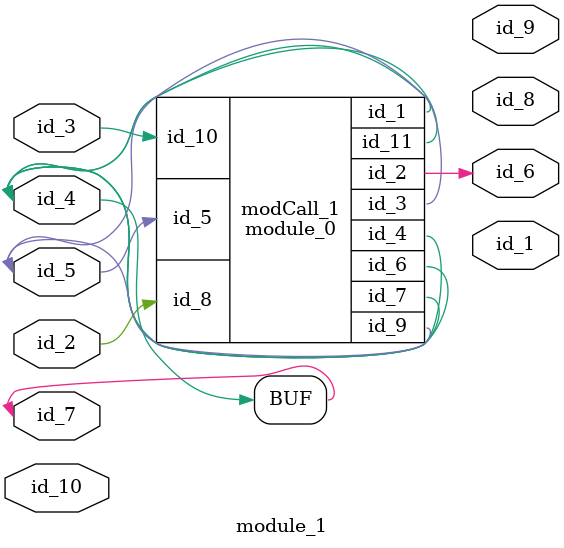
<source format=v>
module module_0 (
    id_1,
    id_2,
    id_3,
    id_4,
    id_5,
    id_6,
    id_7,
    id_8,
    id_9,
    id_10,
    id_11
);
  inout wire id_11;
  input wire id_10;
  inout wire id_9;
  input wire id_8;
  output wire id_7;
  inout wire id_6;
  input wire id_5;
  inout wire id_4;
  output wire id_3;
  output wire id_2;
  output wire id_1;
endmodule
module module_1 (
    id_1,
    id_2,
    id_3,
    id_4,
    id_5,
    id_6,
    id_7,
    id_8,
    id_9,
    id_10
);
  inout wire id_10;
  output wire id_9;
  output wire id_8;
  inout wire id_7;
  output wire id_6;
  inout wire id_5;
  input wire id_4;
  input wire id_3;
  input wire id_2;
  output wire id_1;
  assign id_7 = id_4;
  module_0 modCall_1 (
      id_7,
      id_6,
      id_5,
      id_7,
      id_5,
      id_7,
      id_7,
      id_2,
      id_5,
      id_3,
      id_7
  );
  wire id_11;
  assign id_10[1] = 1;
endmodule

</source>
